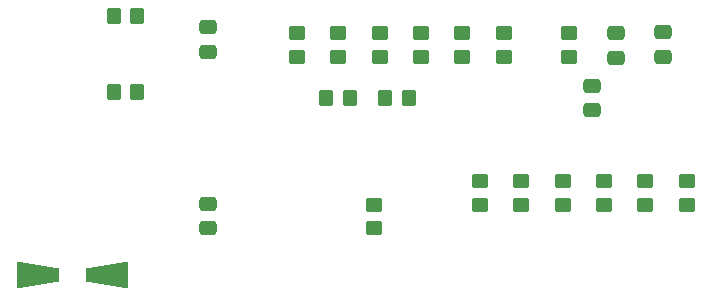
<source format=gbr>
%TF.GenerationSoftware,KiCad,Pcbnew,9.0.0*%
%TF.CreationDate,2025-03-04T16:47:24-08:00*%
%TF.ProjectId,ESPBrewRIMS_PCB,45535042-7265-4775-9249-4d535f504342,rev?*%
%TF.SameCoordinates,Original*%
%TF.FileFunction,Paste,Top*%
%TF.FilePolarity,Positive*%
%FSLAX46Y46*%
G04 Gerber Fmt 4.6, Leading zero omitted, Abs format (unit mm)*
G04 Created by KiCad (PCBNEW 9.0.0) date 2025-03-04 16:47:24*
%MOMM*%
%LPD*%
G01*
G04 APERTURE LIST*
G04 Aperture macros list*
%AMRoundRect*
0 Rectangle with rounded corners*
0 $1 Rounding radius*
0 $2 $3 $4 $5 $6 $7 $8 $9 X,Y pos of 4 corners*
0 Add a 4 corners polygon primitive as box body*
4,1,4,$2,$3,$4,$5,$6,$7,$8,$9,$2,$3,0*
0 Add four circle primitives for the rounded corners*
1,1,$1+$1,$2,$3*
1,1,$1+$1,$4,$5*
1,1,$1+$1,$6,$7*
1,1,$1+$1,$8,$9*
0 Add four rect primitives between the rounded corners*
20,1,$1+$1,$2,$3,$4,$5,0*
20,1,$1+$1,$4,$5,$6,$7,0*
20,1,$1+$1,$6,$7,$8,$9,0*
20,1,$1+$1,$8,$9,$2,$3,0*%
%AMOutline4P*
0 Free polygon, 4 corners , with rotation*
0 The origin of the aperture is its center*
0 number of corners: always 4*
0 $1 to $8 corner X, Y*
0 $9 Rotation angle, in degrees counterclockwise*
0 create outline with 4 corners*
4,1,4,$1,$2,$3,$4,$5,$6,$7,$8,$1,$2,$9*%
G04 Aperture macros list end*
%ADD10RoundRect,0.250000X0.350000X0.450000X-0.350000X0.450000X-0.350000X-0.450000X0.350000X-0.450000X0*%
%ADD11RoundRect,0.250000X0.450000X-0.350000X0.450000X0.350000X-0.450000X0.350000X-0.450000X-0.350000X0*%
%ADD12RoundRect,0.250000X0.475000X-0.337500X0.475000X0.337500X-0.475000X0.337500X-0.475000X-0.337500X0*%
%ADD13RoundRect,0.250000X-0.450000X0.350000X-0.450000X-0.350000X0.450000X-0.350000X0.450000X0.350000X0*%
%ADD14RoundRect,0.250000X-0.475000X0.337500X-0.475000X-0.337500X0.475000X-0.337500X0.475000X0.337500X0*%
%ADD15Outline4P,-1.800000X-1.150000X1.800000X-0.550000X1.800000X0.550000X-1.800000X1.150000X180.000000*%
%ADD16Outline4P,-1.800000X-1.150000X1.800000X-0.550000X1.800000X0.550000X-1.800000X1.150000X0.000000*%
%ADD17RoundRect,0.250000X-0.350000X-0.450000X0.350000X-0.450000X0.350000X0.450000X-0.350000X0.450000X0*%
G04 APERTURE END LIST*
D10*
%TO.C,R18*%
X122000000Y-85500000D03*
X120000000Y-85500000D03*
%TD*%
%TO.C,R10*%
X122000000Y-79000000D03*
X120000000Y-79000000D03*
%TD*%
D11*
%TO.C,R3*%
X168500000Y-95000000D03*
X168500000Y-93000000D03*
%TD*%
D12*
%TO.C,C3*%
X128000000Y-82075000D03*
X128000000Y-80000000D03*
%TD*%
D11*
%TO.C,R5*%
X154500000Y-95000000D03*
X154500000Y-93000000D03*
%TD*%
D13*
%TO.C,R17*%
X139000000Y-80500000D03*
X139000000Y-82500000D03*
%TD*%
D14*
%TO.C,C6*%
X160500000Y-84925000D03*
X160500000Y-87000000D03*
%TD*%
D13*
%TO.C,R16*%
X153000000Y-80500000D03*
X153000000Y-82500000D03*
%TD*%
D11*
%TO.C,R2*%
X165000000Y-95000000D03*
X165000000Y-93000000D03*
%TD*%
D13*
%TO.C,R13*%
X158500000Y-80500000D03*
X158500000Y-82500000D03*
%TD*%
D10*
%TO.C,R11*%
X140000000Y-86000000D03*
X138000000Y-86000000D03*
%TD*%
D11*
%TO.C,R7*%
X161500000Y-95000000D03*
X161500000Y-93000000D03*
%TD*%
D15*
%TO.C,D1*%
X119400000Y-101000000D03*
D16*
X113600000Y-101000000D03*
%TD*%
D17*
%TO.C,R9*%
X143000000Y-86000000D03*
X145000000Y-86000000D03*
%TD*%
D14*
%TO.C,C4*%
X166500000Y-80425000D03*
X166500000Y-82500000D03*
%TD*%
%TO.C,C2*%
X128000000Y-94925000D03*
X128000000Y-97000000D03*
%TD*%
%TO.C,C5*%
X162500000Y-80500000D03*
X162500000Y-82575000D03*
%TD*%
D13*
%TO.C,R14*%
X142500000Y-80500000D03*
X142500000Y-82500000D03*
%TD*%
D11*
%TO.C,R1*%
X142000000Y-97000000D03*
X142000000Y-95000000D03*
%TD*%
D13*
%TO.C,R15*%
X135500000Y-80500000D03*
X135500000Y-82500000D03*
%TD*%
D11*
%TO.C,R6*%
X158000000Y-95000000D03*
X158000000Y-93000000D03*
%TD*%
%TO.C,R4*%
X151000000Y-95000000D03*
X151000000Y-93000000D03*
%TD*%
D13*
%TO.C,R12*%
X146000000Y-80500000D03*
X146000000Y-82500000D03*
%TD*%
%TO.C,R8*%
X149500000Y-80500000D03*
X149500000Y-82500000D03*
%TD*%
M02*

</source>
